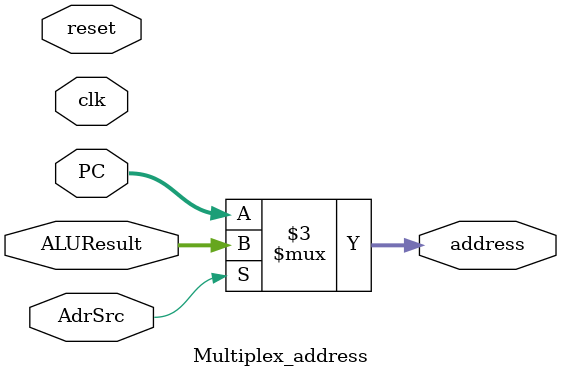
<source format=v>
module Multiplex_address(clk, reset, PC, ALUResult, AdrSrc, address);
input clk, reset;
input AdrSrc;
input [31:0] PC, ALUResult;
output reg [31:0] address;
 
always @ (*)
begin
	
	if(AdrSrc) begin
	   address = ALUResult;
	end
	else begin
	   address = PC;
	end
end 
endmodule

</source>
